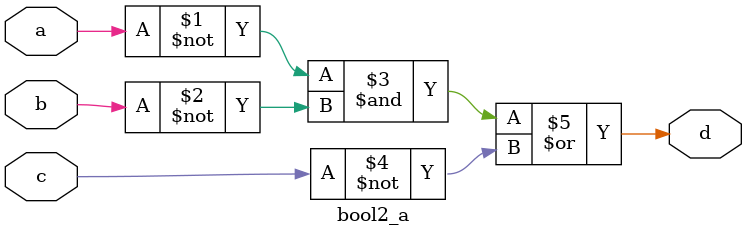
<source format=v>
`timescale 1ns / 1ps


module bool2_a(
    input a,b,c,
    output d
    );
assign d=(~a&~b)|~c;
endmodule

</source>
